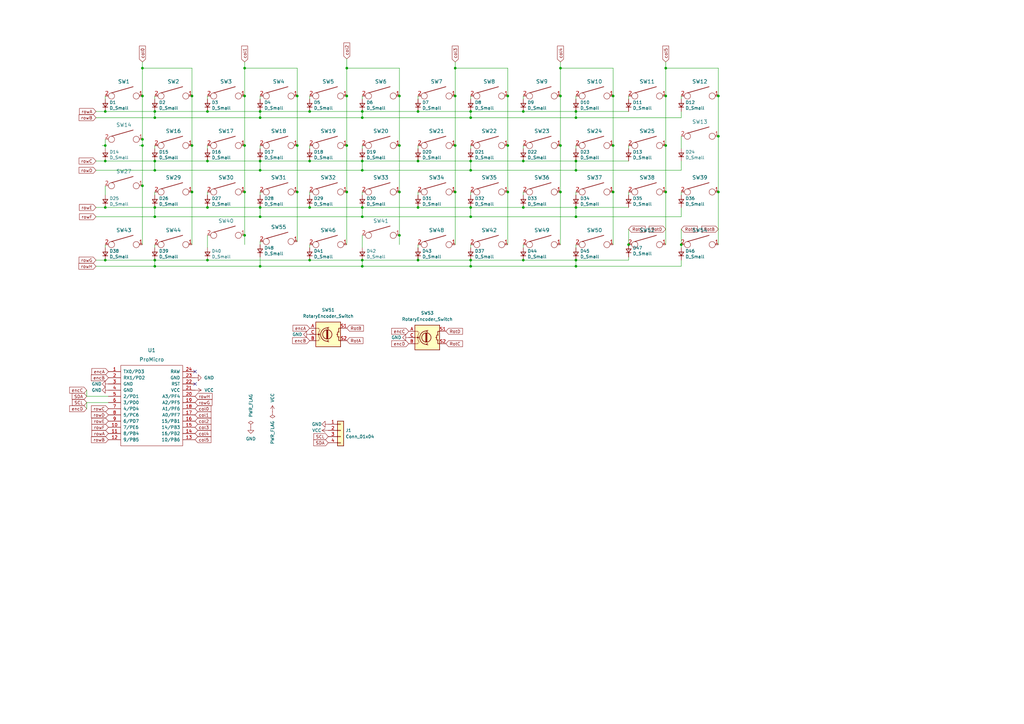
<source format=kicad_sch>
(kicad_sch (version 20231120) (generator "eeschema") (generator_version "8.0")
  (paper "A3")
  (lib_symbols
    (symbol "Connector_Generic:Conn_01x04" (pin_names (offset 1.016) hide)
      (property "Reference" "J" (at 0 5.08 0))
      (property "Value" "Conn_01x04" (at 0 -7.62 0))
      (symbol "Conn_01x04_1_1"
        (pin passive line (at -5.08 2.54 0) (length 3.81) (name "Pin_1") (number "1"))
        (pin passive line (at -5.08 0 0) (length 3.81) (name "Pin_2") (number "2"))
        (pin passive line (at -5.08 -2.54 0) (length 3.81) (name "Pin_3") (number "3"))
        (pin passive line (at -5.08 -5.08 0) (length 3.81) (name "Pin_4") (number "4"))
      )
    )
    (symbol "Device:D_Small" (pin_numbers hide) (pin_names (offset 0.254) hide)
      (property "Reference" "D" (at -1.27 2.032 0))
      (property "Value" "D_Small" (at -3.81 -2.032 0))
      (symbol "D_Small_1_1"
        (pin passive line (at -2.54 0 0) (length 1.778) (name "K") (number "1"))
        (pin passive line (at 2.54 0 180) (length 1.778) (name "A") (number "2"))
      )
    )
    (symbol "Device:RotaryEncoder_Switch" (pin_names (offset 0.254) hide)
      (property "Reference" "SW" (at 0 6.604 0))
      (property "Value" "RotaryEncoder_Switch" (at 0 -6.604 0))
      (symbol "RotaryEncoder_Switch_1_1"
        (pin passive line (at -7.62 2.54 0) (length 2.54) (name "A") (number "A"))
        (pin passive line (at -7.62 -2.54 0) (length 2.54) (name "B") (number "B"))
        (pin passive line (at -7.62 0 0) (length 2.54) (name "C") (number "C"))
        (pin passive line (at 7.62 2.54 180) (length 2.54) (name "S1") (number "S1"))
        (pin passive line (at 7.62 -2.54 180) (length 2.54) (name "S2") (number "S2"))
      )
    )
    (symbol "keebio:ProMicro" (pin_names (offset 1.016))
      (property "Reference" "U" (at 0 0 0))
      (property "Value" "ProMicro" (at 0 -19.05 0))
      (symbol "ProMicro_1_1"
        (pin input line (at -17.78 13.97 0) (length 5.08) (name "TX0/PD3") (number "1"))
        (pin input line (at -17.78 -8.89 0) (length 5.08) (name "7/PE6") (number "10"))
        (pin input line (at -17.78 -11.43 0) (length 5.08) (name "8/PB4") (number "11"))
        (pin input line (at -17.78 -13.97 0) (length 5.08) (name "9/PB5") (number "12"))
        (pin input line (at 17.78 -13.97 180) (length 5.08) (name "10/PB6") (number "13"))
        (pin input line (at 17.78 -11.43 180) (length 5.08) (name "16/PB2") (number "14"))
        (pin input line (at 17.78 -8.89 180) (length 5.08) (name "14/PB3") (number "15"))
        (pin input line (at 17.78 -6.35 180) (length 5.08) (name "15/PB1") (number "16"))
        (pin input line (at 17.78 -3.81 180) (length 5.08) (name "A0/PF7") (number "17"))
        (pin input line (at 17.78 -1.27 180) (length 5.08) (name "A1/PF6") (number "18"))
        (pin input line (at 17.78 1.27 180) (length 5.08) (name "A2/PF5") (number "19"))
        (pin input line (at -17.78 11.43 0) (length 5.08) (name "RX1/PD2") (number "2"))
        (pin input line (at 17.78 3.81 180) (length 5.08) (name "A3/PF4") (number "20"))
        (pin input line (at 17.78 6.35 180) (length 5.08) (name "VCC") (number "21"))
        (pin input line (at 17.78 8.89 180) (length 5.08) (name "RST") (number "22"))
        (pin input line (at 17.78 11.43 180) (length 5.08) (name "GND") (number "23"))
        (pin input line (at 17.78 13.97 180) (length 5.08) (name "RAW") (number "24"))
        (pin input line (at -17.78 8.89 0) (length 5.08) (name "GND") (number "3"))
        (pin input line (at -17.78 6.35 0) (length 5.08) (name "GND") (number "4"))
        (pin input line (at -17.78 3.81 0) (length 5.08) (name "2/PD1") (number "5"))
        (pin input line (at -17.78 1.27 0) (length 5.08) (name "3/PD0") (number "6"))
        (pin input line (at -17.78 -1.27 0) (length 5.08) (name "4/PD4") (number "7"))
        (pin input line (at -17.78 -3.81 0) (length 5.08) (name "5/PC6") (number "8"))
        (pin input line (at -17.78 -6.35 0) (length 5.08) (name "6/PD7") (number "9"))
      )
    )
    (symbol "keyboard_parts:KEYSW" (pin_names (offset 1.016))
      (property "Reference" "K?" (at -1.27 0 0))
      (symbol "KEYSW_1_1"
        (pin passive line (at 7.62 0 180) (length 1.27) (name "~") (number "1"))
        (pin passive line (at -7.62 0 0) (length 1.27) (name "~") (number "2"))
      )
    )
    (symbol "power:GND" (power) (pin_names (offset 0))
      (property "Value" "GND" (at 0 -3.81 0))
      (symbol "GND_1_1"
        (pin power_in line (at 0 0 270) (length 0) hide (name "GND") (number "1"))
      )
    )
    (symbol "power:PWR_FLAG" (power) (pin_numbers hide) (pin_names (offset 0) hide)
      (property "Value" "PWR_FLAG" (at 0 3.81 0))
      (symbol "PWR_FLAG_0_0"
        (pin power_out line (at 0 0 90) (length 0) (name "pwr") (number "1"))
      )
    )
    (symbol "power:VCC" (power) (pin_names (offset 0))
      (property "Value" "VCC" (at 0 3.81 0))
      (symbol "VCC_1_1"
        (pin power_in line (at 0 0 90) (length 0) hide (name "VCC") (number "1"))
      )
    )
  )
  (junction (at 236.22 85.09))
  (junction (at 163.83 59.69))
  (junction (at 142.24 39.37))
  (junction (at 229.87 39.37))
  (junction (at 257.81 100.33))
  (junction (at 236.22 45.72))
  (junction (at 214.63 66.04))
  (junction (at 58.42 57.15))
  (junction (at 229.87 78.74))
  (junction (at 78.74 59.69))
  (junction (at 63.5 109.22))
  (junction (at 148.59 45.72))
  (junction (at 193.04 88.9))
  (junction (at 100.33 96.52))
  (junction (at 127 85.09))
  (junction (at 106.68 69.85))
  (junction (at 251.46 39.37))
  (junction (at 236.22 109.22))
  (junction (at 214.63 45.72))
  (junction (at 43.18 85.09))
  (junction (at 85.09 45.72))
  (junction (at 63.5 85.09))
  (junction (at 85.09 106.68))
  (junction (at 273.05 78.74))
  (junction (at 63.5 69.85))
  (junction (at 148.59 106.68))
  (junction (at 85.09 66.04))
  (junction (at 106.68 85.09))
  (junction (at 229.87 27.94))
  (junction (at 100.33 59.69))
  (junction (at 236.22 69.85))
  (junction (at 43.18 59.69))
  (junction (at 63.5 88.9))
  (junction (at 236.22 66.04))
  (junction (at 208.28 78.74))
  (junction (at 78.74 39.37))
  (junction (at 58.42 27.94))
  (junction (at 43.18 106.68))
  (junction (at 63.5 106.68))
  (junction (at 148.59 88.9))
  (junction (at 163.83 39.37))
  (junction (at 106.68 109.22))
  (junction (at 193.04 69.85))
  (junction (at 63.5 48.26))
  (junction (at 43.18 66.04))
  (junction (at 208.28 39.37))
  (junction (at 214.63 85.09))
  (junction (at 294.64 55.88))
  (junction (at 148.59 48.26))
  (junction (at 100.33 78.74))
  (junction (at 236.22 48.26))
  (junction (at 100.33 27.94))
  (junction (at 100.33 39.37))
  (junction (at 148.59 85.09))
  (junction (at 236.22 106.68))
  (junction (at 43.18 45.72))
  (junction (at 142.24 78.74))
  (junction (at 236.22 88.9))
  (junction (at 193.04 48.26))
  (junction (at 148.59 66.04))
  (junction (at 273.05 27.94))
  (junction (at 193.04 85.09))
  (junction (at 193.04 66.04))
  (junction (at 85.09 85.09))
  (junction (at 78.74 78.74))
  (junction (at 171.45 106.68))
  (junction (at 142.24 27.94))
  (junction (at 251.46 78.74))
  (junction (at 208.28 59.69))
  (junction (at 171.45 45.72))
  (junction (at 121.92 59.69))
  (junction (at 214.63 106.68))
  (junction (at 106.68 45.72))
  (junction (at 294.64 78.74))
  (junction (at 148.59 109.22))
  (junction (at 171.45 85.09))
  (junction (at 63.5 45.72))
  (junction (at 273.05 39.37))
  (junction (at 186.69 27.94))
  (junction (at 186.69 39.37))
  (junction (at 193.04 45.72))
  (junction (at 186.69 59.69))
  (junction (at 294.64 39.37))
  (junction (at 58.42 76.2))
  (junction (at 229.87 59.69))
  (junction (at 273.05 59.69))
  (junction (at 163.83 78.74))
  (junction (at 171.45 66.04))
  (junction (at 148.59 69.85))
  (junction (at 279.4 100.33))
  (junction (at 63.5 66.04))
  (junction (at 193.04 109.22))
  (junction (at 127 106.68))
  (junction (at 186.69 78.74))
  (junction (at 193.04 106.68))
  (junction (at 127 66.04))
  (junction (at 163.83 96.52))
  (junction (at 58.42 59.69))
  (junction (at 121.92 39.37))
  (junction (at 251.46 59.69))
  (junction (at 142.24 59.69))
  (junction (at 127 45.72))
  (junction (at 106.68 88.9))
  (junction (at 106.68 48.26))
  (junction (at 58.42 39.37))
  (junction (at 121.92 78.74))
  (junction (at 106.68 66.04))
  (no_connect (at 80.01 152.4))
  (no_connect (at 80.01 157.48))
  (wire (pts (xy 257.81 59.69) (xy 257.81 60.96)))
  (wire (pts (xy 193.04 85.09) (xy 214.63 85.09)))
  (wire (pts (xy 39.37 88.9) (xy 63.5 88.9)))
  (wire (pts (xy 148.59 96.52) (xy 148.59 101.6)))
  (wire (pts (xy 163.83 27.94) (xy 163.83 39.37)))
  (wire (pts (xy 279.4 78.74) (xy 279.4 80.01)))
  (wire (pts (xy 208.28 59.69) (xy 208.28 78.74)))
  (wire (pts (xy 279.4 100.33) (xy 279.4 101.6)))
  (wire (pts (xy 148.59 45.72) (xy 148.59 48.26)))
  (wire (pts (xy 148.59 66.04) (xy 171.45 66.04)))
  (wire (pts (xy 121.92 27.94) (xy 100.33 27.94)))
  (wire (pts (xy 43.18 106.68) (xy 63.5 106.68)))
  (wire (pts (xy 193.04 48.26) (xy 236.22 48.26)))
  (wire (pts (xy 106.68 48.26) (xy 148.59 48.26)))
  (wire (pts (xy 193.04 39.37) (xy 193.04 40.64)))
  (wire (pts (xy 148.59 59.69) (xy 148.59 60.96)))
  (wire (pts (xy 106.68 59.69) (xy 106.68 60.96)))
  (wire (pts (xy 236.22 48.26) (xy 279.4 48.26)))
  (wire (pts (xy 214.63 39.37) (xy 214.63 40.64)))
  (wire (pts (xy 63.5 45.72) (xy 85.09 45.72)))
  (wire (pts (xy 106.68 85.09) (xy 106.68 88.9)))
  (wire (pts (xy 148.59 106.68) (xy 148.59 109.22)))
  (wire (pts (xy 106.68 105.41) (xy 106.68 109.22)))
  (wire (pts (xy 214.63 78.74) (xy 214.63 80.01)))
  (wire (pts (xy 85.09 45.72) (xy 106.68 45.72)))
  (wire (pts (xy 236.22 88.9) (xy 279.4 88.9)))
  (wire (pts (xy 257.81 105.41) (xy 257.81 106.68)))
  (wire (pts (xy 35.56 162.56) (xy 44.45 162.56)))
  (wire (pts (xy 78.74 39.37) (xy 78.74 27.94)))
  (wire (pts (xy 43.18 76.2) (xy 43.18 80.01)))
  (wire (pts (xy 43.18 85.09) (xy 63.5 85.09)))
  (wire (pts (xy 127 66.04) (xy 148.59 66.04)))
  (wire (pts (xy 214.63 100.33) (xy 214.63 101.6)))
  (wire (pts (xy 214.63 66.04) (xy 236.22 66.04)))
  (wire (pts (xy 279.4 93.98) (xy 279.4 100.33)))
  (wire (pts (xy 171.45 106.68) (xy 193.04 106.68)))
  (wire (pts (xy 236.22 59.69) (xy 236.22 60.96)))
  (wire (pts (xy 39.37 69.85) (xy 63.5 69.85)))
  (wire (pts (xy 43.18 57.15) (xy 43.18 59.69)))
  (wire (pts (xy 142.24 39.37) (xy 142.24 27.94)))
  (wire (pts (xy 127 78.74) (xy 127 80.01)))
  (wire (pts (xy 148.59 106.68) (xy 171.45 106.68)))
  (wire (pts (xy 214.63 59.69) (xy 214.63 60.96)))
  (wire (pts (xy 85.09 96.52) (xy 85.09 101.6)))
  (wire (pts (xy 273.05 78.74) (xy 273.05 100.33)))
  (wire (pts (xy 63.5 109.22) (xy 106.68 109.22)))
  (wire (pts (xy 236.22 66.04) (xy 257.81 66.04)))
  (wire (pts (xy 85.09 59.69) (xy 85.09 60.96)))
  (wire (pts (xy 193.04 45.72) (xy 214.63 45.72)))
  (wire (pts (xy 229.87 39.37) (xy 229.87 27.94)))
  (wire (pts (xy 58.42 59.69) (xy 58.42 76.2)))
  (wire (pts (xy 127 85.09) (xy 148.59 85.09)))
  (wire (pts (xy 39.37 48.26) (xy 63.5 48.26)))
  (wire (pts (xy 273.05 27.94) (xy 273.05 25.4)))
  (wire (pts (xy 58.42 27.94) (xy 58.42 39.37)))
  (wire (pts (xy 193.04 66.04) (xy 214.63 66.04)))
  (wire (pts (xy 171.45 105.41) (xy 171.45 106.68)))
  (wire (pts (xy 163.83 27.94) (xy 142.24 27.94)))
  (wire (pts (xy 63.5 59.69) (xy 63.5 60.96)))
  (wire (pts (xy 78.74 39.37) (xy 78.74 59.69)))
  (wire (pts (xy 163.83 39.37) (xy 163.83 59.69)))
  (wire (pts (xy 193.04 88.9) (xy 236.22 88.9)))
  (wire (pts (xy 142.24 59.69) (xy 142.24 78.74)))
  (wire (pts (xy 106.68 99.06) (xy 106.68 100.33)))
  (wire (pts (xy 127 100.33) (xy 127 101.6)))
  (wire (pts (xy 100.33 78.74) (xy 100.33 96.52)))
  (wire (pts (xy 85.09 85.09) (xy 106.68 85.09)))
  (wire (pts (xy 236.22 85.09) (xy 257.81 85.09)))
  (wire (pts (xy 251.46 39.37) (xy 251.46 59.69)))
  (wire (pts (xy 43.18 66.04) (xy 63.5 66.04)))
  (wire (pts (xy 43.18 59.69) (xy 43.18 60.96)))
  (wire (pts (xy 100.33 27.94) (xy 100.33 25.4)))
  (wire (pts (xy 100.33 59.69) (xy 100.33 78.74)))
  (wire (pts (xy 121.92 27.94) (xy 121.92 39.37)))
  (wire (pts (xy 279.4 85.09) (xy 279.4 88.9)))
  (wire (pts (xy 78.74 59.69) (xy 78.74 78.74)))
  (wire (pts (xy 279.4 39.37) (xy 279.4 40.64)))
  (wire (pts (xy 106.68 66.04) (xy 127 66.04)))
  (wire (pts (xy 58.42 39.37) (xy 58.42 57.15)))
  (wire (pts (xy 171.45 85.09) (xy 193.04 85.09)))
  (wire (pts (xy 236.22 109.22) (xy 279.4 109.22)))
  (wire (pts (xy 127 45.72) (xy 148.59 45.72)))
  (wire (pts (xy 58.42 76.2) (xy 58.42 100.33)))
  (wire (pts (xy 148.59 48.26) (xy 193.04 48.26)))
  (wire (pts (xy 193.04 85.09) (xy 193.04 88.9)))
  (wire (pts (xy 63.5 66.04) (xy 85.09 66.04)))
  (wire (pts (xy 63.5 39.37) (xy 63.5 40.64)))
  (wire (pts (xy 63.5 69.85) (xy 106.68 69.85)))
  (wire (pts (xy 106.68 45.72) (xy 127 45.72)))
  (wire (pts (xy 257.81 39.37) (xy 257.81 40.64)))
  (wire (pts (xy 39.37 45.72) (xy 43.18 45.72)))
  (wire (pts (xy 186.69 78.74) (xy 186.69 100.33)))
  (wire (pts (xy 106.68 45.72) (xy 106.68 48.26)))
  (wire (pts (xy 106.68 66.04) (xy 106.68 69.85)))
  (wire (pts (xy 251.46 27.94) (xy 229.87 27.94)))
  (wire (pts (xy 193.04 69.85) (xy 236.22 69.85)))
  (wire (pts (xy 148.59 39.37) (xy 148.59 40.64)))
  (wire (pts (xy 257.81 93.98) (xy 257.81 100.33)))
  (wire (pts (xy 186.69 27.94) (xy 186.69 25.4)))
  (wire (pts (xy 186.69 39.37) (xy 186.69 59.69)))
  (wire (pts (xy 171.45 39.37) (xy 171.45 40.64)))
  (wire (pts (xy 63.5 45.72) (xy 63.5 48.26)))
  (wire (pts (xy 273.05 59.69) (xy 273.05 78.74)))
  (wire (pts (xy 35.56 165.1) (xy 44.45 165.1)))
  (wire (pts (xy 294.64 78.74) (xy 294.64 100.33)))
  (wire (pts (xy 251.46 78.74) (xy 251.46 100.33)))
  (wire (pts (xy 121.92 78.74) (xy 121.92 99.06)))
  (wire (pts (xy 273.05 39.37) (xy 273.05 27.94)))
  (wire (pts (xy 294.64 27.94) (xy 273.05 27.94)))
  (wire (pts (xy 106.68 88.9) (xy 148.59 88.9)))
  (wire (pts (xy 294.64 27.94) (xy 294.64 39.37)))
  (wire (pts (xy 236.22 45.72) (xy 236.22 48.26)))
  (wire (pts (xy 171.45 100.33) (xy 171.45 101.6)))
  (wire (pts (xy 279.4 55.88) (xy 279.4 60.96)))
  (wire (pts (xy 251.46 59.69) (xy 251.46 78.74)))
  (wire (pts (xy 186.69 39.37) (xy 186.69 27.94)))
  (wire (pts (xy 193.04 109.22) (xy 236.22 109.22)))
  (wire (pts (xy 43.18 39.37) (xy 43.18 40.64)))
  (wire (pts (xy 163.83 96.52) (xy 163.83 100.33)))
  (wire (pts (xy 63.5 106.68) (xy 63.5 109.22)))
  (wire (pts (xy 63.5 48.26) (xy 106.68 48.26)))
  (wire (pts (xy 39.37 109.22) (xy 63.5 109.22)))
  (wire (pts (xy 39.37 106.68) (xy 43.18 106.68)))
  (wire (pts (xy 148.59 109.22) (xy 193.04 109.22)))
  (wire (pts (xy 58.42 57.15) (xy 58.42 59.69)))
  (wire (pts (xy 251.46 27.94) (xy 251.46 39.37)))
  (wire (pts (xy 100.33 39.37) (xy 100.33 27.94)))
  (wire (pts (xy 85.09 106.68) (xy 127 106.68)))
  (wire (pts (xy 63.5 66.04) (xy 63.5 69.85)))
  (wire (pts (xy 273.05 39.37) (xy 273.05 59.69)))
  (wire (pts (xy 100.33 39.37) (xy 100.33 59.69)))
  (wire (pts (xy 106.68 85.09) (xy 127 85.09)))
  (wire (pts (xy 121.92 59.69) (xy 121.92 78.74)))
  (wire (pts (xy 214.63 106.68) (xy 236.22 106.68)))
  (wire (pts (xy 148.59 85.09) (xy 148.59 88.9)))
  (wire (pts (xy 229.87 78.74) (xy 229.87 100.33)))
  (wire (pts (xy 279.4 66.04) (xy 279.4 69.85)))
  (wire (pts (xy 236.22 78.74) (xy 236.22 80.01)))
  (wire (pts (xy 39.37 85.09) (xy 43.18 85.09)))
  (wire (pts (xy 106.68 39.37) (xy 106.68 40.64)))
  (wire (pts (xy 236.22 100.33) (xy 236.22 101.6)))
  (wire (pts (xy 257.81 78.74) (xy 257.81 80.01)))
  (wire (pts (xy 294.64 55.88) (xy 294.64 78.74)))
  (wire (pts (xy 58.42 27.94) (xy 78.74 27.94)))
  (wire (pts (xy 127 106.68) (xy 148.59 106.68)))
  (wire (pts (xy 148.59 88.9) (xy 193.04 88.9)))
  (wire (pts (xy 193.04 106.68) (xy 214.63 106.68)))
  (wire (pts (xy 43.18 100.33) (xy 43.18 101.6)))
  (wire (pts (xy 85.09 39.37) (xy 85.09 40.64)))
  (wire (pts (xy 193.04 66.04) (xy 193.04 69.85)))
  (wire (pts (xy 39.37 66.04) (xy 43.18 66.04)))
  (wire (pts (xy 193.04 45.72) (xy 193.04 48.26)))
  (wire (pts (xy 142.24 27.94) (xy 142.24 24.13)))
  (wire (pts (xy 35.56 167.64) (xy 35.56 165.1)))
  (wire (pts (xy 78.74 78.74) (xy 78.74 100.33)))
  (wire (pts (xy 171.45 45.72) (xy 193.04 45.72)))
  (wire (pts (xy 63.5 100.33) (xy 63.5 101.6)))
  (wire (pts (xy 148.59 85.09) (xy 171.45 85.09)))
  (wire (pts (xy 41.91 59.69) (xy 43.18 59.69)))
  (wire (pts (xy 63.5 85.09) (xy 85.09 85.09)))
  (wire (pts (xy 214.63 45.72) (xy 236.22 45.72)))
  (wire (pts (xy 106.68 109.22) (xy 148.59 109.22)))
  (wire (pts (xy 85.09 66.04) (xy 106.68 66.04)))
  (wire (pts (xy 127 59.69) (xy 127 60.96)))
  (wire (pts (xy 100.33 100.33) (xy 100.33 96.52)))
  (wire (pts (xy 63.5 78.74) (xy 63.5 80.01)))
  (wire (pts (xy 148.59 78.74) (xy 148.59 80.01)))
  (wire (pts (xy 171.45 66.04) (xy 193.04 66.04)))
  (wire (pts (xy 127 39.37) (xy 127 40.64)))
  (wire (pts (xy 279.4 48.26) (xy 279.4 45.72)))
  (wire (pts (xy 163.83 78.74) (xy 163.83 96.52)))
  (wire (pts (xy 57.15 59.69) (xy 58.42 59.69)))
  (wire (pts (xy 35.56 160.02) (xy 35.56 162.56)))
  (wire (pts (xy 193.04 59.69) (xy 193.04 60.96)))
  (wire (pts (xy 85.09 78.74) (xy 85.09 80.01)))
  (wire (pts (xy 236.22 106.68) (xy 257.81 106.68)))
  (wire (pts (xy 148.59 66.04) (xy 148.59 69.85)))
  (wire (pts (xy 236.22 85.09) (xy 236.22 88.9)))
  (wire (pts (xy 208.28 27.94) (xy 186.69 27.94)))
  (wire (pts (xy 142.24 78.74) (xy 142.24 100.33)))
  (wire (pts (xy 148.59 69.85) (xy 193.04 69.85)))
  (wire (pts (xy 58.42 27.94) (xy 58.42 25.4)))
  (wire (pts (xy 236.22 45.72) (xy 257.81 45.72)))
  (wire (pts (xy 163.83 59.69) (xy 163.83 78.74)))
  (wire (pts (xy 236.22 69.85) (xy 279.4 69.85)))
  (wire (pts (xy 208.28 78.74) (xy 208.28 100.33)))
  (wire (pts (xy 193.04 78.74) (xy 193.04 80.01)))
  (wire (pts (xy 63.5 88.9) (xy 106.68 88.9)))
  (wire (pts (xy 193.04 100.33) (xy 193.04 101.6)))
  (wire (pts (xy 121.92 39.37) (xy 121.92 59.69)))
  (wire (pts (xy 142.24 39.37) (xy 142.24 59.69)))
  (wire (pts (xy 214.63 85.09) (xy 236.22 85.09)))
  (wire (pts (xy 208.28 39.37) (xy 208.28 59.69)))
  (wire (pts (xy 279.4 106.68) (xy 279.4 109.22)))
  (wire (pts (xy 43.18 45.72) (xy 63.5 45.72)))
  (wire (pts (xy 186.69 59.69) (xy 186.69 78.74)))
  (wire (pts (xy 208.28 27.94) (xy 208.28 39.37)))
  (wire (pts (xy 236.22 66.04) (xy 236.22 69.85)))
  (wire (pts (xy 229.87 59.69) (xy 229.87 78.74)))
  (wire (pts (xy 229.87 27.94) (xy 229.87 25.4)))
  (wire (pts (xy 63.5 85.09) (xy 63.5 88.9)))
  (wire (pts (xy 193.04 106.68) (xy 193.04 109.22)))
  (wire (pts (xy 63.5 106.68) (xy 85.09 106.68)))
  (wire (pts (xy 171.45 78.74) (xy 171.45 80.01)))
  (wire (pts (xy 106.68 78.74) (xy 106.68 80.01)))
  (wire (pts (xy 294.64 39.37) (xy 294.64 55.88)))
  (wire (pts (xy 236.22 106.68) (xy 236.22 109.22)))
  (wire (pts (xy 229.87 39.37) (xy 229.87 59.69)))
  (wire (pts (xy 106.68 69.85) (xy 148.59 69.85)))
  (wire (pts (xy 171.45 59.69) (xy 171.45 60.96)))
  (wire (pts (xy 236.22 39.37) (xy 236.22 40.64)))
  (wire (pts (xy 148.59 45.72) (xy 171.45 45.72)))
  (global_label "col1" (shape input) (at 100.33 25.4 90) (property "Intersheetrefs" "${INTERSHEET_REFS}" (effects (hide yes))))
  (global_label "rowG" (shape input) (at 39.37 106.68 180) (property "Intersheetrefs" "${INTERSHEET_REFS}" (effects (hide yes))))
  (global_label "col3" (shape input) (at 80.01 175.26 0) (property "Intersheetrefs" "${INTERSHEET_REFS}" (effects (hide yes))))
  (global_label "rowD" (shape input) (at 44.45 170.18 180) (property "Intersheetrefs" "${INTERSHEET_REFS}" (effects (hide yes))))
  (global_label "SDA" (shape input) (at 35.56 162.56 180) (property "Intersheetrefs" "${INTERSHEET_REFS}" (effects (hide yes))))
  (global_label "rowE" (shape input) (at 44.45 172.72 180) (property "Intersheetrefs" "${INTERSHEET_REFS}" (effects (hide yes))))
  (global_label "rowH" (shape input) (at 80.01 162.56 0) (property "Intersheetrefs" "${INTERSHEET_REFS}" (effects (hide yes))))
  (global_label "col2" (shape input) (at 80.01 172.72 0) (property "Intersheetrefs" "${INTERSHEET_REFS}" (effects (hide yes))))
  (global_label "col5" (shape input) (at 80.01 180.34 0) (property "Intersheetrefs" "${INTERSHEET_REFS}" (effects (hide yes))))
  (global_label "col0" (shape input) (at 80.01 167.64 0) (property "Intersheetrefs" "${INTERSHEET_REFS}" (effects (hide yes))))
  (global_label "rowB" (shape input) (at 44.45 180.34 180) (property "Intersheetrefs" "${INTERSHEET_REFS}" (effects (hide yes))))
  (global_label "RotD" (shape input) (at 182.88 135.89 0) (property "Intersheetrefs" "${INTERSHEET_REFS}" (effects (hide yes))))
  (global_label "rowF" (shape input) (at 39.37 88.9 180) (property "Intersheetrefs" "${INTERSHEET_REFS}" (effects (hide yes))))
  (global_label "rowC" (shape input) (at 44.45 167.64 180) (property "Intersheetrefs" "${INTERSHEET_REFS}" (effects (hide yes))))
  (global_label "rowB" (shape input) (at 39.37 48.26 180) (property "Intersheetrefs" "${INTERSHEET_REFS}" (effects (hide yes))))
  (global_label "SCL" (shape input) (at 35.56 165.1 180) (property "Intersheetrefs" "${INTERSHEET_REFS}" (effects (hide yes))))
  (global_label "col0" (shape input) (at 58.42 25.4 90) (property "Intersheetrefs" "${INTERSHEET_REFS}" (effects (hide yes))))
  (global_label "encC" (shape input) (at 167.64 135.89 180) (property "Intersheetrefs" "${INTERSHEET_REFS}" (effects (hide yes))))
  (global_label "RotD" (shape input) (at 273.05 93.98 180) (property "Intersheetrefs" "${INTERSHEET_REFS}" (effects (hide yes))))
  (global_label "RotA" (shape input) (at 142.24 139.7 0) (property "Intersheetrefs" "${INTERSHEET_REFS}" (effects (hide yes))))
  (global_label "encD" (shape input) (at 35.56 167.64 180) (property "Intersheetrefs" "${INTERSHEET_REFS}" (effects (hide yes))))
  (global_label "rowH" (shape input) (at 39.37 109.22 180) (property "Intersheetrefs" "${INTERSHEET_REFS}" (effects (hide yes))))
  (global_label "rowC" (shape input) (at 39.37 66.04 180) (property "Intersheetrefs" "${INTERSHEET_REFS}" (effects (hide yes))))
  (global_label "encC" (shape input) (at 35.56 160.02 180) (property "Intersheetrefs" "${INTERSHEET_REFS}" (effects (hide yes))))
  (global_label "RotC" (shape input) (at 257.81 93.98 0) (property "Intersheetrefs" "${INTERSHEET_REFS}" (effects (hide yes))))
  (global_label "rowA" (shape input) (at 44.45 177.8 180) (property "Intersheetrefs" "${INTERSHEET_REFS}" (effects (hide yes))))
  (global_label "RotB" (shape input) (at 294.64 93.98 180) (property "Intersheetrefs" "${INTERSHEET_REFS}" (effects (hide yes))))
  (global_label "rowF" (shape input) (at 44.45 175.26 180) (property "Intersheetrefs" "${INTERSHEET_REFS}" (effects (hide yes))))
  (global_label "encA" (shape input) (at 44.45 152.4 180) (property "Intersheetrefs" "${INTERSHEET_REFS}" (effects (hide yes))))
  (global_label "RotC" (shape input) (at 182.88 140.97 0) (property "Intersheetrefs" "${INTERSHEET_REFS}" (effects (hide yes))))
  (global_label "col3" (shape input) (at 186.69 25.4 90) (property "Intersheetrefs" "${INTERSHEET_REFS}" (effects (hide yes))))
  (global_label "SDA" (shape input) (at 134.62 181.61 180) (property "Intersheetrefs" "${INTERSHEET_REFS}" (effects (hide yes))))
  (global_label "encA" (shape input) (at 127 134.62 180) (property "Intersheetrefs" "${INTERSHEET_REFS}" (effects (hide yes))))
  (global_label "encB" (shape input) (at 44.45 154.94 180) (property "Intersheetrefs" "${INTERSHEET_REFS}" (effects (hide yes))))
  (global_label "rowG" (shape input) (at 80.01 165.1 0) (property "Intersheetrefs" "${INTERSHEET_REFS}" (effects (hide yes))))
  (global_label "RotB" (shape input) (at 142.24 134.62 0) (property "Intersheetrefs" "${INTERSHEET_REFS}" (effects (hide yes))))
  (global_label "col4" (shape input) (at 80.01 177.8 0) (property "Intersheetrefs" "${INTERSHEET_REFS}" (effects (hide yes))))
  (global_label "col4" (shape input) (at 229.87 25.4 90) (property "Intersheetrefs" "${INTERSHEET_REFS}" (effects (hide yes))))
  (global_label "rowA" (shape input) (at 39.37 45.72 180) (property "Intersheetrefs" "${INTERSHEET_REFS}" (effects (hide yes))))
  (global_label "col2" (shape input) (at 142.24 24.13 90) (property "Intersheetrefs" "${INTERSHEET_REFS}" (effects (hide yes))))
  (global_label "encD" (shape input) (at 167.64 140.97 180) (property "Intersheetrefs" "${INTERSHEET_REFS}" (effects (hide yes))))
  (global_label "col1" (shape input) (at 80.01 170.18 0) (property "Intersheetrefs" "${INTERSHEET_REFS}" (effects (hide yes))))
  (global_label "col5" (shape input) (at 273.05 25.4 90) (property "Intersheetrefs" "${INTERSHEET_REFS}" (effects (hide yes))))
  (global_label "rowE" (shape input) (at 39.37 85.09 180) (property "Intersheetrefs" "${INTERSHEET_REFS}" (effects (hide yes))))
  (global_label "RotA" (shape input) (at 279.4 93.98 0) (property "Intersheetrefs" "${INTERSHEET_REFS}" (effects (hide yes))))
  (global_label "SCL" (shape input) (at 134.62 179.07 180) (property "Intersheetrefs" "${INTERSHEET_REFS}" (effects (hide yes))))
  (global_label "rowD" (shape input) (at 39.37 69.85 180) (property "Intersheetrefs" "${INTERSHEET_REFS}" (effects (hide yes))))
  (global_label "encB" (shape input) (at 127 139.7 180) (property "Intersheetrefs" "${INTERSHEET_REFS}" (effects (hide yes))))
  (symbol (lib_id "Device:D_Small") (at 63.5 63.5 90) (unit 1)
    (property "Reference" "D15" (at 65.2272 62.3316 90) (effects (justify right)))
    (property "Value" "D_Small" (at 65.2272 64.643 90) (effects (justify right)))
    (property "Footprint" "Keebio-Parts:Diode" (effects (hide yes)))
  )
  (symbol (lib_id "Device:D_Small") (at 85.09 43.18 90) (unit 1)
    (property "Reference" "D3" (at 86.8172 42.0116 90) (effects (justify right)))
    (property "Value" "D_Small" (at 86.8172 44.323 90) (effects (justify right)))
    (property "Footprint" "Keebio-Parts:Diode" (effects (hide yes)))
  )
  (symbol (lib_id "keyboard_parts:KEYSW") (at 50.8 76.2 0) (unit 1)
    (property "Reference" "SW27" (at 50.8 70.2818 0) (effects (font (size 1.524 1.524))))
    (property "Value" "KEYSW" (effects (hide yes)))
    (property "Footprint" "key-switches:SW_Gateron_LowProfile_THT180" (effects (hide yes)))
  )
  (symbol (lib_id "Device:D_Small") (at 43.18 104.14 90) (unit 1)
    (property "Reference" "D38" (at 44.9072 102.9716 90) (effects (justify right)))
    (property "Value" "D_Small" (at 44.9072 105.283 90) (effects (justify right)))
    (property "Footprint" "Keebio-Parts:Diode" (effects (hide yes)))
  )
  (symbol (lib_id "keyboard_parts:KEYSW") (at 200.66 59.69 0) (unit 1)
    (property "Reference" "SW22" (at 200.66 53.7718 0) (effects (font (size 1.524 1.524))))
    (property "Value" "KEYSW" (effects (hide yes)))
    (property "Footprint" "key-switches:SW_Gateron_LowProfile_THT180" (effects (hide yes)))
  )
  (symbol (lib_id "keyboard_parts:KEYSW") (at 200.66 39.37 0) (unit 1)
    (property "Reference" "SW8" (at 200.66 33.4518 0) (effects (font (size 1.524 1.524))))
    (property "Value" "KEYSW" (effects (hide yes)))
    (property "Footprint" "key-switches:SW_Gateron_LowProfile_THT180" (effects (hide yes)))
  )
  (symbol (lib_id "keyboard_parts:KEYSW") (at 200.66 78.74 0) (unit 1)
    (property "Reference" "SW35" (at 200.66 72.8218 0) (effects (font (size 1.524 1.524))))
    (property "Value" "KEYSW" (effects (hide yes)))
    (property "Footprint" "key-switches:SW_Gateron_LowProfile_THT180" (effects (hide yes)))
  )
  (symbol (lib_id "Device:D_Small") (at 257.81 43.18 90) (unit 1)
    (property "Reference" "D11" (at 259.5372 42.0116 90) (effects (justify right)))
    (property "Value" "D_Small" (at 259.5372 44.323 90) (effects (justify right)))
    (property "Footprint" "Keebio-Parts:Diode" (effects (hide yes)))
  )
  (symbol (lib_id "keyboard_parts:KEYSW") (at 71.12 59.69 0) (unit 1)
    (property "Reference" "SW16" (at 71.12 53.7718 0) (effects (font (size 1.524 1.524))))
    (property "Value" "KEYSW" (effects (hide yes)))
    (property "Footprint" "key-switches:SW_Gateron_LowProfile_THT180" (effects (hide yes)))
  )
  (symbol (lib_id "Device:D_Small") (at 236.22 63.5 90) (unit 1)
    (property "Reference" "D23" (at 237.9472 62.3316 90) (effects (justify right)))
    (property "Value" "D_Small" (at 237.9472 64.643 90) (effects (justify right)))
    (property "Footprint" "Keebio-Parts:Diode" (effects (hide yes)))
  )
  (symbol (lib_id "keyboard_parts:KEYSW") (at 50.8 39.37 0) (unit 1)
    (property "Reference" "SW1" (at 50.8 33.4518 0) (effects (font (size 1.524 1.524))))
    (property "Value" "KEYSW" (effects (hide yes)))
    (property "Footprint" "key-switches:SW_Gateron_LowProfile_THT180" (effects (hide yes)))
  )
  (symbol (lib_id "keyboard_parts:KEYSW") (at 222.25 100.33 0) (unit 1)
    (property "Reference" "SW49" (at 222.25 94.4118 0) (effects (font (size 1.524 1.524))))
    (property "Value" "KEYSW" (effects (hide yes)))
    (property "Footprint" "key-switches:SW_Gateron_LowProfile_THT180" (effects (hide yes)))
  )
  (symbol (lib_id "Connector_Generic:Conn_01x04") (at 139.7 176.53 0) (unit 1)
    (property "Reference" "J1" (at 141.732 176.5299 0) (effects (justify left)))
    (property "Value" "Conn_01x04" (at 141.732 179.0699 0) (effects (justify left)))
    (property "Footprint" "Connector_PinSocket_2.54mm:PinSocket_1x04_P2.54mm_Vertical" (effects (hide yes)))
  )
  (symbol (lib_id "keyboard_parts:KEYSW") (at 92.71 39.37 0) (unit 1)
    (property "Reference" "SW3" (at 92.71 33.4518 0) (effects (font (size 1.524 1.524))))
    (property "Value" "KEYSW" (effects (hide yes)))
    (property "Footprint" "key-switches:SW_Gateron_LowProfile_THT180" (effects (hide yes)))
  )
  (symbol (lib_id "keyboard_parts:KEYSW") (at 71.12 100.33 0) (unit 1)
    (property "Reference" "SW44" (at 71.12 94.4118 0) (effects (font (size 1.524 1.524))))
    (property "Value" "KEYSW" (effects (hide yes)))
    (property "Footprint" "key-switches:SW_Gateron_LowProfile_THT180" (effects (hide yes)))
  )
  (symbol (lib_id "keyboard_parts:KEYSW") (at 265.43 100.33 0) (unit 1)
    (property "Reference" "SW52" (at 265.43 94.4118 0) (effects (font (size 1.524 1.524))))
    (property "Value" "KEYSW" (effects (hide yes)))
    (property "Footprint" "key-switches:SW_Gateron_LowProfile_THT180" (effects (hide yes)))
  )
  (symbol (lib_id "keyboard_parts:KEYSW") (at 222.25 39.37 0) (unit 1)
    (property "Reference" "SW9" (at 222.25 33.4518 0) (effects (font (size 1.524 1.524))))
    (property "Value" "KEYSW" (effects (hide yes)))
    (property "Footprint" "key-switches:SW_Gateron_LowProfile_THT180" (effects (hide yes)))
  )
  (symbol (lib_id "power:GND") (at 102.87 175.26 0) (unit 1)
    (property "Reference" "#PWR0106" (effects (hide yes)))
    (property "Value" "GND" (at 102.87 179.959 0))
  )
  (symbol (lib_id "Device:D_Small") (at 214.63 104.14 90) (unit 1)
    (property "Reference" "D44" (at 216.3572 102.9716 90) (effects (justify right)))
    (property "Value" "D_Small" (at 216.3572 105.283 90) (effects (justify right)))
    (property "Footprint" "Keebio-Parts:Diode" (effects (hide yes)))
  )
  (symbol (lib_id "Device:D_Small") (at 63.5 82.55 90) (unit 1)
    (property "Reference" "D26" (at 65.2272 81.3816 90) (effects (justify right)))
    (property "Value" "D_Small" (at 65.2272 83.693 90) (effects (justify right)))
    (property "Footprint" "Keebio-Parts:Diode" (effects (hide yes)))
  )
  (symbol (lib_id "Device:D_Small") (at 214.63 43.18 90) (unit 1)
    (property "Reference" "D9" (at 216.3572 42.0116 90) (effects (justify right)))
    (property "Value" "D_Small" (at 216.3572 44.323 90) (effects (justify right)))
    (property "Footprint" "Keebio-Parts:Diode" (effects (hide yes)))
  )
  (symbol (lib_id "keyboard_parts:KEYSW") (at 243.84 100.33 0) (unit 1)
    (property "Reference" "SW50" (at 243.84 94.4118 0) (effects (font (size 1.524 1.524))))
    (property "Value" "KEYSW" (effects (hide yes)))
    (property "Footprint" "key-switches:SW_Gateron_LowProfile_THT180" (effects (hide yes)))
  )
  (symbol (lib_id "Device:D_Small") (at 171.45 43.18 90) (unit 1)
    (property "Reference" "D7" (at 173.1772 42.0116 90) (effects (justify right)))
    (property "Value" "D_Small" (at 173.1772 44.323 90) (effects (justify right)))
    (property "Footprint" "Keebio-Parts:Diode" (effects (hide yes)))
  )
  (symbol (lib_id "Device:D_Small") (at 193.04 104.14 90) (unit 1)
    (property "Reference" "D37" (at 194.7672 102.9716 90) (effects (justify right)))
    (property "Value" "D_Small" (at 194.7672 105.283 90) (effects (justify right)))
    (property "Footprint" "Keebio-Parts:Diode" (effects (hide yes)))
  )
  (symbol (lib_id "power:GND") (at 127 137.16 270) (unit 1)
    (property "Reference" "#PWR0102" (effects (hide yes)))
    (property "Value" "GND" (at 119.888 137.16 90) (effects (justify left)))
  )
  (symbol (lib_id "Device:D_Small") (at 193.04 82.55 90) (unit 1)
    (property "Reference" "D32" (at 194.7672 81.3816 90) (effects (justify right)))
    (property "Value" "D_Small" (at 194.7672 83.693 90) (effects (justify right)))
    (property "Footprint" "Keebio-Parts:Diode" (effects (hide yes)))
  )
  (symbol (lib_id "keyboard_parts:KEYSW") (at 50.8 57.15 0) (unit 1)
    (property "Reference" "SW14" (at 50.8 51.2318 0) (effects (font (size 1.524 1.524))))
    (property "Value" "KEYSW" (effects (hide yes)))
    (property "Footprint" "key-switches:SW_Gateron_LowProfile_THT180" (effects (hide yes)))
  )
  (symbol (lib_id "Device:D_Small") (at 85.09 104.14 90) (unit 1)
    (property "Reference" "D40" (at 86.8172 102.9716 90) (effects (justify right)))
    (property "Value" "D_Small" (at 86.8172 105.283 90) (effects (justify right)))
    (property "Footprint" "Keebio-Parts:Diode" (effects (hide yes)))
  )
  (symbol (lib_id "keyboard_parts:KEYSW") (at 179.07 39.37 0) (unit 1)
    (property "Reference" "SW7" (at 179.07 33.4518 0) (effects (font (size 1.524 1.524))))
    (property "Value" "KEYSW" (effects (hide yes)))
    (property "Footprint" "key-switches:SW_Gateron_LowProfile_THT180" (effects (hide yes)))
  )
  (symbol (lib_id "Device:D_Small") (at 106.68 43.18 90) (unit 1)
    (property "Reference" "D4" (at 108.4072 42.0116 90) (effects (justify right)))
    (property "Value" "D_Small" (at 108.4072 44.323 90) (effects (justify right)))
    (property "Footprint" "Keebio-Parts:Diode" (effects (hide yes)))
  )
  (symbol (lib_id "Device:D_Small") (at 171.45 104.14 90) (unit 1)
    (property "Reference" "D43" (at 173.1772 102.9716 90) (effects (justify right)))
    (property "Value" "D_Small" (at 173.1772 105.283 90) (effects (justify right)))
    (property "Footprint" "Keebio-Parts:Diode" (effects (hide yes)))
  )
  (symbol (lib_id "Device:D_Small") (at 85.09 82.55 90) (unit 1)
    (property "Reference" "D27" (at 86.8172 81.3816 90) (effects (justify right)))
    (property "Value" "D_Small" (at 86.8172 83.693 90) (effects (justify right)))
    (property "Footprint" "Keebio-Parts:Diode" (effects (hide yes)))
  )
  (symbol (lib_id "keyboard_parts:KEYSW") (at 265.43 78.74 0) (unit 1)
    (property "Reference" "SW38" (at 265.43 72.8218 0) (effects (font (size 1.524 1.524))))
    (property "Value" "KEYSW" (effects (hide yes)))
    (property "Footprint" "key-switches:SW_Gateron_LowProfile_THT180" (effects (hide yes)))
  )
  (symbol (lib_id "Device:D_Small") (at 127 82.55 90) (unit 1)
    (property "Reference" "D29" (at 128.7272 81.3816 90) (effects (justify right)))
    (property "Value" "D_Small" (at 128.7272 83.693 90) (effects (justify right)))
    (property "Footprint" "Keebio-Parts:Diode" (effects (hide yes)))
  )
  (symbol (lib_id "Device:RotaryEncoder_Switch") (at 134.62 137.16 0) (unit 1)
    (property "Reference" "SW51" (at 134.62 127.127 0))
    (property "Value" "RotaryEncoder_Switch" (at 134.62 129.667 0))
    (property "Footprint" "Keebio-Parts:RotaryEncoder_EC11" (effects (hide yes)))
  )
  (symbol (lib_id "power:VCC") (at 80.01 160.02 270) (unit 1)
    (property "Reference" "#PWR08" (effects (hide yes)))
    (property "Value" "VCC" (at 83.82 160.0199 90) (effects (justify left)))
  )
  (symbol (lib_id "keyboard_parts:KEYSW") (at 71.12 39.37 0) (unit 1)
    (property "Reference" "SW2" (at 71.12 33.4518 0) (effects (font (size 1.524 1.524))))
    (property "Value" "KEYSW" (effects (hide yes)))
    (property "Footprint" "key-switches:SW_Gateron_LowProfile_THT180" (effects (hide yes)))
  )
  (symbol (lib_id "Device:D_Small") (at 214.63 82.55 90) (unit 1)
    (property "Reference" "D33" (at 216.3572 81.3816 90) (effects (justify right)))
    (property "Value" "D_Small" (at 216.3572 83.693 90) (effects (justify right)))
    (property "Footprint" "Keebio-Parts:Diode" (effects (hide yes)))
  )
  (symbol (lib_id "keyboard_parts:KEYSW") (at 265.43 59.69 0) (unit 1)
    (property "Reference" "SW25" (at 265.43 53.7718 0) (effects (font (size 1.524 1.524))))
    (property "Value" "KEYSW" (effects (hide yes)))
    (property "Footprint" "key-switches:SW_Gateron_LowProfile_THT180" (effects (hide yes)))
  )
  (symbol (lib_id "power:PWR_FLAG") (at 102.87 175.26 0) (unit 1)
    (property "Reference" "#FLG02" (effects (hide yes)))
    (property "Value" "PWR_FLAG" (at 102.8701 171.196 90) (effects (justify left)))
  )
  (symbol (lib_id "Device:D_Small") (at 236.22 104.14 90) (unit 1)
    (property "Reference" "D45" (at 237.9472 102.9716 90) (effects (justify right)))
    (property "Value" "D_Small" (at 237.9472 105.283 90) (effects (justify right)))
    (property "Footprint" "Keebio-Parts:Diode" (effects (hide yes)))
  )
  (symbol (lib_id "Device:D_Small") (at 171.45 82.55 90) (unit 1)
    (property "Reference" "D31" (at 173.1772 81.3816 90) (effects (justify right)))
    (property "Value" "D_Small" (at 173.1772 83.693 90) (effects (justify right)))
    (property "Footprint" "Keebio-Parts:Diode" (effects (hide yes)))
  )
  (symbol (lib_id "power:VCC") (at 111.76 168.91 0) (unit 1)
    (property "Reference" "#PWR02" (effects (hide yes)))
    (property "Value" "VCC" (at 111.7599 165.1 90) (effects (justify left)))
  )
  (symbol (lib_id "keyboard_parts:KEYSW") (at 243.84 39.37 0) (unit 1)
    (property "Reference" "SW10" (at 243.84 33.4518 0) (effects (font (size 1.524 1.524))))
    (property "Value" "KEYSW" (effects (hide yes)))
    (property "Footprint" "key-switches:SW_Gateron_LowProfile_THT180" (effects (hide yes)))
  )
  (symbol (lib_id "Device:D_Small") (at 279.4 104.14 90) (unit 1)
    (property "Reference" "D46" (at 281.1272 102.9716 90) (effects (justify right)))
    (property "Value" "D_Small" (at 281.1272 105.283 90) (effects (justify right)))
    (property "Footprint" "Keebio-Parts:Diode" (effects (hide yes)))
  )
  (symbol (lib_id "power:GND") (at 80.01 154.94 90) (unit 1)
    (property "Reference" "#PWR0107" (effects (hide yes)))
    (property "Value" "GND" (at 83.693 154.9399 90) (effects (justify right)))
  )
  (symbol (lib_id "keyboard_parts:KEYSW") (at 134.62 78.74 0) (unit 1)
    (property "Reference" "SW32" (at 134.62 72.8218 0) (effects (font (size 1.524 1.524))))
    (property "Value" "KEYSW" (effects (hide yes)))
    (property "Footprint" "key-switches:SW_Gateron_LowProfile_THT180" (effects (hide yes)))
  )
  (symbol (lib_id "keyboard_parts:KEYSW") (at 156.21 96.52 0) (unit 1)
    (property "Reference" "SW41" (at 156.21 90.6018 0) (effects (font (size 1.524 1.524))))
    (property "Value" "KEYSW" (effects (hide yes)))
    (property "Footprint" "key-switches:SW_Gateron_LowProfile_THT180" (effects (hide yes)))
  )
  (symbol (lib_id "keyboard_parts:KEYSW") (at 265.43 39.37 0) (unit 1)
    (property "Reference" "SW11" (at 265.43 33.4518 0) (effects (font (size 1.524 1.524))))
    (property "Value" "KEYSW" (effects (hide yes)))
    (property "Footprint" "key-switches:SW_Gateron_LowProfile_THT180" (effects (hide yes)))
  )
  (symbol (lib_id "Device:D_Small") (at 257.81 63.5 90) (unit 1)
    (property "Reference" "D13" (at 259.5372 62.3316 90) (effects (justify right)))
    (property "Value" "D_Small" (at 259.5372 64.643 90) (effects (justify right)))
    (property "Footprint" "Keebio-Parts:Diode" (effects (hide yes)))
  )
  (symbol (lib_id "Device:D_Small") (at 85.09 63.5 90) (unit 1)
    (property "Reference" "D16" (at 86.8172 62.3316 90) (effects (justify right)))
    (property "Value" "D_Small" (at 86.8172 64.643 90) (effects (justify right)))
    (property "Footprint" "Keebio-Parts:Diode" (effects (hide yes)))
  )
  (symbol (lib_id "keyboard_parts:KEYSW") (at 92.71 78.74 0) (unit 1)
    (property "Reference" "SW30" (at 92.71 72.8218 0) (effects (font (size 1.524 1.524))))
    (property "Value" "KEYSW" (effects (hide yes)))
    (property "Footprint" "key-switches:SW_Gateron_LowProfile_THT180" (effects (hide yes)))
  )
  (symbol (lib_id "keyboard_parts:KEYSW") (at 92.71 59.69 0) (unit 1)
    (property "Reference" "SW17" (at 92.71 53.7718 0) (effects (font (size 1.524 1.524))))
    (property "Value" "KEYSW" (effects (hide yes)))
    (property "Footprint" "key-switches:SW_Gateron_LowProfile_THT180" (effects (hide yes)))
  )
  (symbol (lib_id "keyboard_parts:KEYSW") (at 134.62 59.69 0) (unit 1)
    (property "Reference" "SW19" (at 134.62 53.7718 0) (effects (font (size 1.524 1.524))))
    (property "Value" "KEYSW" (effects (hide yes)))
    (property "Footprint" "key-switches:SW_Gateron_LowProfile_THT180" (effects (hide yes)))
  )
  (symbol (lib_id "Device:D_Small") (at 279.4 43.18 90) (unit 1)
    (property "Reference" "D12" (at 281.1272 42.0116 90) (effects (justify right)))
    (property "Value" "D_Small" (at 281.1272 44.323 90) (effects (justify right)))
    (property "Footprint" "Keebio-Parts:Diode" (effects (hide yes)))
  )
  (symbol (lib_id "Device:D_Small") (at 127 63.5 90) (unit 1)
    (property "Reference" "D18" (at 128.7272 62.3316 90) (effects (justify right)))
    (property "Value" "D_Small" (at 128.7272 64.643 90) (effects (justify right)))
    (property "Footprint" "Keebio-Parts:Diode" (effects (hide yes)))
  )
  (symbol (lib_id "Device:D_Small") (at 148.59 63.5 90) (unit 1)
    (property "Reference" "D19" (at 150.3172 62.3316 90) (effects (justify right)))
    (property "Value" "D_Small" (at 150.3172 64.643 90) (effects (justify right)))
    (property "Footprint" "Keebio-Parts:Diode" (effects (hide yes)))
  )
  (symbol (lib_id "Device:D_Small") (at 257.81 102.87 90) (unit 1)
    (property "Reference" "D47" (at 259.5372 101.7016 90) (effects (justify right)))
    (property "Value" "D_Small" (at 259.5372 104.013 90) (effects (justify right)))
    (property "Footprint" "Keebio-Parts:Diode" (effects (hide yes)))
  )
  (symbol (lib_id "keyboard_parts:KEYSW") (at 287.02 78.74 0) (unit 1)
    (property "Reference" "SW39" (at 287.02 72.8218 0) (effects (font (size 1.524 1.524))))
    (property "Value" "KEYSW" (effects (hide yes)))
    (property "Footprint" "key-switches:SW_Gateron_LowProfile_THT180" (effects (hide yes)))
  )
  (symbol (lib_id "power:PWR_FLAG") (at 111.76 168.91 180) (unit 1)
    (property "Reference" "#FLG01" (effects (hide yes)))
    (property "Value" "PWR_FLAG" (at 111.7599 172.593 90) (effects (justify left)))
  )
  (symbol (lib_id "keyboard_parts:KEYSW") (at 50.8 100.33 0) (unit 1)
    (property "Reference" "SW43" (at 50.8 94.4118 0) (effects (font (size 1.524 1.524))))
    (property "Value" "KEYSW" (effects (hide yes)))
    (property "Footprint" "key-switches:SW_Gateron_LowProfile_THT180" (effects (hide yes)))
  )
  (symbol (lib_id "Device:D_Small") (at 148.59 104.14 90) (unit 1)
    (property "Reference" "D42" (at 150.3172 102.9716 90) (effects (justify right)))
    (property "Value" "D_Small" (at 150.3172 105.283 90) (effects (justify right)))
    (property "Footprint" "Keebio-Parts:Diode" (effects (hide yes)))
  )
  (symbol (lib_id "Device:D_Small") (at 279.4 82.55 90) (unit 1)
    (property "Reference" "D36" (at 281.1272 81.3816 90) (effects (justify right)))
    (property "Value" "D_Small" (at 281.1272 83.693 90) (effects (justify right)))
    (property "Footprint" "Keebio-Parts:Diode" (effects (hide yes)))
  )
  (symbol (lib_id "keyboard_parts:KEYSW") (at 179.07 100.33 0) (unit 1)
    (property "Reference" "SW48" (at 179.07 94.4118 0) (effects (font (size 1.524 1.524))))
    (property "Value" "KEYSW" (effects (hide yes)))
    (property "Footprint" "key-switches:SW_Gateron_LowProfile_THT180" (effects (hide yes)))
  )
  (symbol (lib_id "Device:RotaryEncoder_Switch") (at 175.26 138.43 0) (unit 1)
    (property "Reference" "SW53" (at 175.26 128.397 0))
    (property "Value" "RotaryEncoder_Switch" (at 175.26 130.937 0))
    (property "Footprint" "Keebio-Parts:RotaryEncoder_EC11" (effects (hide yes)))
  )
  (symbol (lib_id "keyboard_parts:KEYSW") (at 222.25 59.69 0) (unit 1)
    (property "Reference" "SW23" (at 222.25 53.7718 0) (effects (font (size 1.524 1.524))))
    (property "Value" "KEYSW" (effects (hide yes)))
    (property "Footprint" "key-switches:SW_Gateron_LowProfile_THT180" (effects (hide yes)))
  )
  (symbol (lib_id "Device:D_Small") (at 106.68 82.55 90) (unit 1)
    (property "Reference" "D28" (at 108.4072 81.3816 90) (effects (justify right)))
    (property "Value" "D_Small" (at 108.4072 83.693 90) (effects (justify right)))
    (property "Footprint" "Keebio-Parts:Diode" (effects (hide yes)))
  )
  (symbol (lib_id "keyboard_parts:KEYSW") (at 114.3 39.37 0) (unit 1)
    (property "Reference" "SW4" (at 114.3 33.4518 0) (effects (font (size 1.524 1.524))))
    (property "Value" "KEYSW" (effects (hide yes)))
    (property "Footprint" "key-switches:SW_Gateron_LowProfile_THT180" (effects (hide yes)))
  )
  (symbol (lib_id "Device:D_Small") (at 193.04 43.18 90) (unit 1)
    (property "Reference" "D8" (at 194.7672 42.0116 90) (effects (justify right)))
    (property "Value" "D_Small" (at 194.7672 44.323 90) (effects (justify right)))
    (property "Footprint" "Keebio-Parts:Diode" (effects (hide yes)))
  )
  (symbol (lib_id "Device:D_Small") (at 127 43.18 90) (unit 1)
    (property "Reference" "D5" (at 128.7272 42.0116 90) (effects (justify right)))
    (property "Value" "D_Small" (at 128.7272 44.323 90) (effects (justify right)))
    (property "Footprint" "Keebio-Parts:Diode" (effects (hide yes)))
  )
  (symbol (lib_id "keyboard_parts:KEYSW") (at 200.66 100.33 0) (unit 1)
    (property "Reference" "SW42" (at 200.66 94.4118 0) (effects (font (size 1.524 1.524))))
    (property "Value" "KEYSW" (effects (hide yes)))
    (property "Footprint" "key-switches:SW_Gateron_LowProfile_THT180" (effects (hide yes)))
  )
  (symbol (lib_id "Device:D_Small") (at 148.59 82.55 90) (unit 1)
    (property "Reference" "D30" (at 150.3172 81.3816 90) (effects (justify right)))
    (property "Value" "D_Small" (at 150.3172 83.693 90) (effects (justify right)))
    (property "Footprint" "Keebio-Parts:Diode" (effects (hide yes)))
  )
  (symbol (lib_id "keyboard_parts:KEYSW") (at 179.07 78.74 0) (unit 1)
    (property "Reference" "SW34" (at 179.07 72.8218 0) (effects (font (size 1.524 1.524))))
    (property "Value" "KEYSW" (effects (hide yes)))
    (property "Footprint" "key-switches:SW_Gateron_LowProfile_THT180" (effects (hide yes)))
  )
  (symbol (lib_id "keyboard_parts:KEYSW") (at 134.62 100.33 0) (unit 1)
    (property "Reference" "SW46" (at 134.62 94.4118 0) (effects (font (size 1.524 1.524))))
    (property "Value" "KEYSW" (effects (hide yes)))
    (property "Footprint" "key-switches:SW_Gateron_LowProfile_THT180" (effects (hide yes)))
  )
  (symbol (lib_id "keyboard_parts:KEYSW") (at 71.12 78.74 0) (unit 1)
    (property "Reference" "SW29" (at 71.12 72.8218 0) (effects (font (size 1.524 1.524))))
    (property "Value" "KEYSW" (effects (hide yes)))
    (property "Footprint" "key-switches:SW_Gateron_LowProfile_THT180" (effects (hide yes)))
  )
  (symbol (lib_id "keyboard_parts:KEYSW") (at 287.02 55.88 0) (unit 1)
    (property "Reference" "SW13" (at 287.02 49.9618 0) (effects (font (size 1.524 1.524))))
    (property "Value" "KEYSW" (effects (hide yes)))
    (property "Footprint" "key-switches:SW_Gateron_LowProfile_THT180" (effects (hide yes)))
  )
  (symbol (lib_id "Device:D_Small") (at 106.68 102.87 90) (unit 1)
    (property "Reference" "D48" (at 108.4072 101.7016 90) (effects (justify right)))
    (property "Value" "D_Small" (at 108.4072 104.013 90) (effects (justify right)))
    (property "Footprint" "Keebio-Parts:Diode" (effects (hide yes)))
  )
  (symbol (lib_id "Device:D_Small") (at 43.18 63.5 90) (unit 1)
    (property "Reference" "D14" (at 44.9072 62.3316 90) (effects (justify right)))
    (property "Value" "D_Small" (at 44.9072 64.643 90) (effects (justify right)))
    (property "Footprint" "Keebio-Parts:Diode" (effects (hide yes)))
  )
  (symbol (lib_id "Device:D_Small") (at 63.5 104.14 90) (unit 1)
    (property "Reference" "D39" (at 65.2272 102.9716 90) (effects (justify right)))
    (property "Value" "D_Small" (at 65.2272 105.283 90) (effects (justify right)))
    (property "Footprint" "Keebio-Parts:Diode" (effects (hide yes)))
  )
  (symbol (lib_id "keyboard_parts:KEYSW") (at 156.21 78.74 0) (unit 1)
    (property "Reference" "SW33" (at 156.21 72.8218 0) (effects (font (size 1.524 1.524))))
    (property "Value" "KEYSW" (effects (hide yes)))
    (property "Footprint" "key-switches:SW_Gateron_LowProfile_THT180" (effects (hide yes)))
  )
  (symbol (lib_id "keyboard_parts:KEYSW") (at 114.3 99.06 0) (unit 1)
    (property "Reference" "SW55" (at 114.3 93.1418 0) (effects (font (size 1.524 1.524))))
    (property "Value" "KEYSW" (effects (hide yes)))
    (property "Footprint" "key-switches:SW_Gateron_LowProfile_THT180" (effects (hide yes)))
  )
  (symbol (lib_id "keyboard_parts:KEYSW") (at 156.21 39.37 0) (unit 1)
    (property "Reference" "SW6" (at 156.21 33.4518 0) (effects (font (size 1.524 1.524))))
    (property "Value" "KEYSW" (effects (hide yes)))
    (property "Footprint" "key-switches:SW_Gateron_LowProfile_THT180" (effects (hide yes)))
  )
  (symbol (lib_id "keyboard_parts:KEYSW") (at 243.84 59.69 0) (unit 1)
    (property "Reference" "SW24" (at 243.84 53.7718 0) (effects (font (size 1.524 1.524))))
    (property "Value" "KEYSW" (effects (hide yes)))
    (property "Footprint" "key-switches:SW_Gateron_LowProfile_THT180" (effects (hide yes)))
  )
  (symbol (lib_id "keyboard_parts:KEYSW") (at 222.25 78.74 0) (unit 1)
    (property "Reference" "SW36" (at 222.25 72.8218 0) (effects (font (size 1.524 1.524))))
    (property "Value" "KEYSW" (effects (hide yes)))
    (property "Footprint" "key-switches:SW_Gateron_LowProfile_THT180" (effects (hide yes)))
  )
  (symbol (lib_id "keyboard_parts:KEYSW") (at 156.21 59.69 0) (unit 1)
    (property "Reference" "SW20" (at 156.21 53.7718 0) (effects (font (size 1.524 1.524))))
    (property "Value" "KEYSW" (effects (hide yes)))
    (property "Footprint" "key-switches:SW_Gateron_LowProfile_THT180" (effects (hide yes)))
  )
  (symbol (lib_id "Device:D_Small") (at 279.4 63.5 90) (unit 1)
    (property "Reference" "D24" (at 281.1272 62.3316 90) (effects (justify right)))
    (property "Value" "D_Small" (at 281.1272 64.643 90) (effects (justify right)))
    (property "Footprint" "Keebio-Parts:Diode" (effects (hide yes)))
  )
  (symbol (lib_id "power:VCC") (at 134.62 176.53 90) (unit 1)
    (property "Reference" "#PWR010" (effects (hide yes)))
    (property "Value" "VCC" (at 128.016 176.53 90) (effects (justify right)))
  )
  (symbol (lib_id "keyboard_parts:KEYSW") (at 243.84 78.74 0) (unit 1)
    (property "Reference" "SW37" (at 243.84 72.8218 0) (effects (font (size 1.524 1.524))))
    (property "Value" "KEYSW" (effects (hide yes)))
    (property "Footprint" "key-switches:SW_Gateron_LowProfile_THT180" (effects (hide yes)))
  )
  (symbol (lib_id "Device:D_Small") (at 236.22 43.18 90) (unit 1)
    (property "Reference" "D10" (at 237.9472 42.0116 90) (effects (justify right)))
    (property "Value" "D_Small" (at 237.9472 44.323 90) (effects (justify right)))
    (property "Footprint" "Keebio-Parts:Diode" (effects (hide yes)))
  )
  (symbol (lib_id "Device:D_Small") (at 193.04 63.5 90) (unit 1)
    (property "Reference" "D21" (at 194.7672 62.3316 90) (effects (justify right)))
    (property "Value" "D_Small" (at 194.7672 64.643 90) (effects (justify right)))
    (property "Footprint" "Keebio-Parts:Diode" (effects (hide yes)))
  )
  (symbol (lib_id "keyboard_parts:KEYSW") (at 179.07 59.69 0) (unit 1)
    (property "Reference" "SW21" (at 179.07 53.7718 0) (effects (font (size 1.524 1.524))))
    (property "Value" "KEYSW" (effects (hide yes)))
    (property "Footprint" "key-switches:SW_Gateron_LowProfile_THT180" (effects (hide yes)))
  )
  (symbol (lib_id "keyboard_parts:KEYSW") (at 287.02 100.33 0) (unit 1)
    (property "Reference" "SW54" (at 287.02 94.4118 0) (effects (font (size 1.524 1.524))))
    (property "Value" "KEYSW" (effects (hide yes)))
    (property "Footprint" "Button_Switch_Keyboard:SW_Cherry_MX_1.25u_PCB" (effects (hide yes)))
  )
  (symbol (lib_id "keebio:ProMicro") (at 62.23 166.37 0) (unit 1)
    (property "Reference" "U1" (at 62.23 143.637 0) (effects (font (size 1.524 1.524))))
    (property "Value" "ProMicro" (at 62.23 147.447 0) (effects (font (size 1.524 1.524))))
    (property "Footprint" "Keebio-Parts:ArduinoProMicro-ZigZag" (effects (hide yes)))
  )
  (symbol (lib_id "power:GND") (at 44.45 157.48 270) (unit 1)
    (property "Reference" "#PWR0103" (effects (hide yes)))
    (property "Value" "GND" (at 37.592 157.48 90) (effects (justify left)))
  )
  (symbol (lib_id "power:GND") (at 134.62 173.99 270) (unit 1)
    (property "Reference" "#PWR0105" (effects (hide yes)))
    (property "Value" "GND" (at 127.889 173.99 90) (effects (justify left)))
  )
  (symbol (lib_id "power:GND") (at 44.45 160.02 270) (unit 1)
    (property "Reference" "#PWR0104" (effects (hide yes)))
    (property "Value" "GND" (at 37.592 160.02 90) (effects (justify left)))
  )
  (symbol (lib_id "Device:D_Small") (at 43.18 82.55 90) (unit 1)
    (property "Reference" "D25" (at 44.9072 81.3816 90) (effects (justify right)))
    (property "Value" "D_Small" (at 44.9072 83.693 90) (effects (justify right)))
    (property "Footprint" "Keebio-Parts:Diode" (effects (hide yes)))
  )
  (symbol (lib_id "keyboard_parts:KEYSW") (at 92.71 96.52 0) (unit 1)
    (property "Reference" "SW40" (at 92.71 90.6018 0) (effects (font (size 1.524 1.524))))
    (property "Value" "KEYSW" (effects (hide yes)))
    (property "Footprint" "key-switches:SW_Gateron_LowProfile_THT180" (effects (hide yes)))
  )
  (symbol (lib_id "Device:D_Small") (at 148.59 43.18 90) (unit 1)
    (property "Reference" "D6" (at 150.3172 42.0116 90) (effects (justify right)))
    (property "Value" "D_Small" (at 150.3172 44.323 90) (effects (justify right)))
    (property "Footprint" "Keebio-Parts:Diode" (effects (hide yes)))
  )
  (symbol (lib_id "Device:D_Small") (at 63.5 43.18 90) (unit 1)
    (property "Reference" "D2" (at 65.2272 42.0116 90) (effects (justify right)))
    (property "Value" "D_Small" (at 65.2272 44.323 90) (effects (justify right)))
    (property "Footprint" "Keebio-Parts:Diode" (effects (hide yes)))
  )
  (symbol (lib_id "Device:D_Small") (at 127 104.14 90) (unit 1)
    (property "Reference" "D41" (at 128.7272 102.9716 90) (effects (justify right)))
    (property "Value" "D_Small" (at 128.7272 105.283 90) (effects (justify right)))
    (property "Footprint" "Keebio-Parts:Diode" (effects (hide yes)))
  )
  (symbol (lib_id "keyboard_parts:KEYSW") (at 134.62 39.37 0) (unit 1)
    (property "Reference" "SW5" (at 134.62 33.4518 0) (effects (font (size 1.524 1.524))))
    (property "Value" "KEYSW" (effects (hide yes)))
    (property "Footprint" "key-switches:SW_Gateron_LowProfile_THT180" (effects (hide yes)))
  )
  (symbol (lib_id "keyboard_parts:KEYSW") (at 114.3 59.69 0) (unit 1)
    (property "Reference" "SW18" (at 114.3 53.7718 0) (effects (font (size 1.524 1.524))))
    (property "Value" "KEYSW" (effects (hide yes)))
    (property "Footprint" "key-switches:SW_Gateron_LowProfile_THT180" (effects (hide yes)))
  )
  (symbol (lib_id "Device:D_Small") (at 236.22 82.55 90) (unit 1)
    (property "Reference" "D34" (at 237.9472 81.3816 90) (effects (justify right)))
    (property "Value" "D_Small" (at 237.9472 83.693 90) (effects (justify right)))
    (property "Footprint" "Keebio-Parts:Diode" (effects (hide yes)))
  )
  (symbol (lib_id "Device:D_Small") (at 171.45 63.5 90) (unit 1)
    (property "Reference" "D20" (at 173.1772 62.3316 90) (effects (justify right)))
    (property "Value" "D_Small" (at 173.1772 64.643 90) (effects (justify right)))
    (property "Footprint" "Keebio-Parts:Diode" (effects (hide yes)))
  )
  (symbol (lib_id "keyboard_parts:KEYSW") (at 287.02 39.37 0) (unit 1)
    (property "Reference" "SW12" (at 287.02 33.4518 0) (effects (font (size 1.524 1.524))))
    (property "Value" "KEYSW" (effects (hide yes)))
    (property "Footprint" "key-switches:SW_Gateron_LowProfile_THT180" (effects (hide yes)))
  )
  (symbol (lib_id "Device:D_Small") (at 106.68 63.5 90) (unit 1)
    (property "Reference" "D17" (at 108.4072 62.3316 90) (effects (justify right)))
    (property "Value" "D_Small" (at 108.4072 64.643 90) (effects (justify right)))
    (property "Footprint" "Keebio-Parts:Diode" (effects (hide yes)))
  )
  (symbol (lib_id "power:GND") (at 167.64 138.43 270) (unit 1)
    (property "Reference" "#PWR0101" (effects (hide yes)))
    (property "Value" "GND" (at 160.528 138.43 90) (effects (justify left)))
  )
  (symbol (lib_id "Device:D_Small") (at 43.18 43.18 90) (unit 1)
    (property "Reference" "D1" (at 44.9072 42.0116 90) (effects (justify right)))
    (property "Value" "D_Small" (at 44.9072 44.323 90) (effects (justify right)))
    (property "Footprint" "Keebio-Parts:Diode" (effects (hide yes)))
  )
  (symbol (lib_id "keyboard_parts:KEYSW") (at 114.3 78.74 0) (unit 1)
    (property "Reference" "SW31" (at 114.3 72.8218 0) (effects (font (size 1.524 1.524))))
    (property "Value" "KEYSW" (effects (hide yes)))
    (property "Footprint" "key-switches:SW_Gateron_LowProfile_THT180" (effects (hide yes)))
  )
  (symbol (lib_id "Device:D_Small") (at 257.81 82.55 90) (unit 1)
    (property "Reference" "D35" (at 259.5372 81.3816 90) (effects (justify right)))
    (property "Value" "D_Small" (at 259.5372 83.693 90) (effects (justify right)))
    (property "Footprint" "Keebio-Parts:Diode" (effects (hide yes)))
  )
  (symbol (lib_id "Device:D_Small") (at 214.63 63.5 90) (unit 1)
    (property "Reference" "D22" (at 216.3572 62.3316 90) (effects (justify right)))
    (property "Value" "D_Small" (at 216.3572 64.643 90) (effects (justify right)))
    (property "Footprint" "Keebio-Parts:Diode" (effects (hide yes)))
  )
)
</source>
